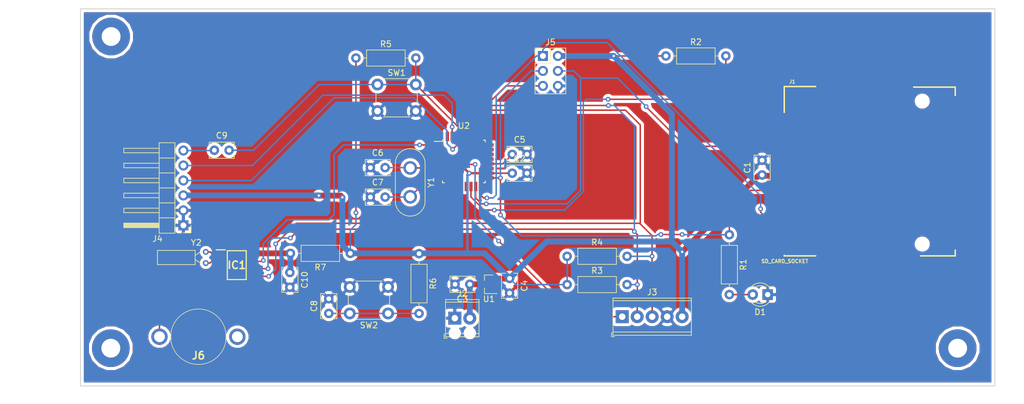
<source format=kicad_pcb>
(kicad_pcb (version 20171130) (host pcbnew "(5.0.2)-1")
  (layers (0 F.Cu signal) (31 B.Cu signal) (34 B.Paste user) (35 F.Paste user) (36 B.SilkS user) (37 F.SilkS user) (38 B.Mask user) (39 F.Mask user) (44 Edge.Cuts user))
  (net 0 "")
  (net 1 GND)
  (net 2 +3V3)
  (net 3 "Net-(C3-Pad1)")
  (net 4 "Net-(C5-Pad1)")
  (net 5 "Net-(C6-Pad2)")
  (net 6 "Net-(C7-Pad2)")
  (net 7 "Net-(C8-Pad1)")
  (net 8 "Net-(C9-Pad1)")
  (net 9 "Net-(C9-Pad2)")
  (net 10 "Net-(C10-Pad1)")
  (net 11 "Net-(D1-Pad2)")
  (net 12 "Net-(IC1-Pad1)")
  (net 13 "Net-(IC1-Pad2)")
  (net 14 "Net-(IC1-Pad5)")
  (net 15 "Net-(IC1-Pad6)")
  (net 16 "Net-(IC1-Pad7)")
  (net 17 "Net-(J1-Pad1)")
  (net 18 "Net-(J1-Pad2)")
  (net 19 "Net-(J1-Pad5)")
  (net 20 "Net-(J1-Pad7)")
  (net 21 "Net-(J1-Pad8)")
  (net 22 "Net-(J1-Pad9)")
  (net 23 "Net-(J1-PadCD)")
  (net 24 "Net-(J1-PadWP)")
  (net 25 "Net-(J3-Pad1)")
  (net 26 "Net-(U2-Pad2)")
  (net 27 "Net-(U2-Pad10)")
  (net 28 "Net-(U2-Pad11)")
  (net 29 "Net-(U2-Pad12)")
  (net 30 "Net-(U2-Pad13)")
  (net 31 "Net-(U2-Pad19)")
  (net 32 "Net-(U2-Pad22)")
  (net 33 "Net-(U2-Pad23)")
  (net 34 "Net-(U2-Pad24)")
  (net 35 "Net-(U2-Pad25)")
  (net 36 "Net-(U2-Pad26)")
  (net 37 "Net-(J4-Pad4)")
  (net 38 "Net-(J4-Pad5)")
  (net 39 "Net-(IC1-Pad3)")
  (net 40 "Net-(J6-Pad2)")
  (module Capacitor_THT:C_Rect_L4.0mm_W2.5mm_P2.50mm (layer F.Cu) (at 163.55 91.2 90)
    (fp_text reference C1 (at 1.25 -2.5 90) (layer F.SilkS))
    (fp_text value 1uF)
    (pad 1 thru_hole circle (at 0 0 90) (size 1.6 1.6) (drill 0.8) (layers *.Cu *.Mask) (net 2 +3V3))
    (pad 2 thru_hole circle (at 2.5 0 90) (size 1.6 1.6) (drill 0.8) (layers *.Cu *.Mask) (net 1 GND))
  )
  (module Capacitor_THT:C_Rect_L4.0mm_W2.5mm_P2.50mm (layer F.Cu) (at 121.2 90.9)
    (fp_text reference C2 (at 1.25 -2.5) (layer F.SilkS))
    (fp_text value 0.1uF)
    (pad 1 thru_hole circle (at 0 0) (size 1.6 1.6) (drill 0.8) (layers *.Cu *.Mask) (net 2 +3V3))
    (pad 2 thru_hole circle (at 2.5 0) (size 1.6 1.6) (drill 0.8) (layers *.Cu *.Mask) (net 1 GND))
  )
  (module Capacitor_THT:C_Rect_L4.0mm_W2.5mm_P2.50mm (layer F.Cu) (at 114 109.75 180)
    (fp_text reference C3 (at 1.25 -2.5 180) (layer F.SilkS))
    (fp_text value 1uF)
    (pad 1 thru_hole circle (at 0 0 180) (size 1.6 1.6) (drill 0.8) (layers *.Cu *.Mask) (net 3 "Net-(C3-Pad1)"))
    (pad 2 thru_hole circle (at 2.5 0 180) (size 1.6 1.6) (drill 0.8) (layers *.Cu *.Mask) (net 1 GND))
  )
  (module Capacitor_THT:C_Rect_L4.0mm_W2.5mm_P2.50mm (layer F.Cu) (at 120.75 108.75 270)
    (fp_text reference C4 (at 1.25 -2.5 270) (layer F.SilkS))
    (fp_text value 1uF)
    (pad 2 thru_hole circle (at 2.5 0 270) (size 1.6 1.6) (drill 0.8) (layers *.Cu *.Mask) (net 1 GND))
    (pad 1 thru_hole circle (at 0 0 270) (size 1.6 1.6) (drill 0.8) (layers *.Cu *.Mask) (net 2 +3V3))
  )
  (module Capacitor_THT:C_Rect_L4.0mm_W2.5mm_P2.50mm (layer F.Cu) (at 121.2 87.7)
    (fp_text reference C5 (at 1.25 -2.5) (layer F.SilkS))
    (fp_text value 0.1uF)
    (pad 2 thru_hole circle (at 2.5 0) (size 1.6 1.6) (drill 0.8) (layers *.Cu *.Mask) (net 1 GND))
    (pad 1 thru_hole circle (at 0 0) (size 1.6 1.6) (drill 0.8) (layers *.Cu *.Mask) (net 4 "Net-(C5-Pad1)"))
  )
  (module Capacitor_THT:C_Rect_L4.0mm_W2.5mm_P2.50mm (layer F.Cu) (at 97.15 89.95)
    (fp_text reference C6 (at 1.25 -2.5) (layer F.SilkS))
    (fp_text value 20pF)
    (pad 1 thru_hole circle (at 0 0) (size 1.6 1.6) (drill 0.8) (layers *.Cu *.Mask) (net 1 GND))
    (pad 2 thru_hole circle (at 2.5 0) (size 1.6 1.6) (drill 0.8) (layers *.Cu *.Mask) (net 5 "Net-(C6-Pad2)"))
  )
  (module Capacitor_THT:C_Rect_L4.0mm_W2.5mm_P2.50mm (layer F.Cu) (at 97.15 94.95)
    (fp_text reference C7 (at 1.25 -2.5) (layer F.SilkS))
    (fp_text value 20pF)
    (pad 2 thru_hole circle (at 2.5 0) (size 1.6 1.6) (drill 0.8) (layers *.Cu *.Mask) (net 6 "Net-(C7-Pad2)"))
    (pad 1 thru_hole circle (at 0 0) (size 1.6 1.6) (drill 0.8) (layers *.Cu *.Mask) (net 1 GND))
  )
  (module Capacitor_THT:C_Rect_L4.0mm_W2.5mm_P2.50mm (layer F.Cu) (at 90.1 114.7 90)
    (fp_text reference C8 (at 1.25 -2.5 90) (layer F.SilkS))
    (fp_text value 0.1uF)
    (pad 2 thru_hole circle (at 2.5 0 90) (size 1.6 1.6) (drill 0.8) (layers *.Cu *.Mask) (net 1 GND))
    (pad 1 thru_hole circle (at 0 0 90) (size 1.6 1.6) (drill 0.8) (layers *.Cu *.Mask) (net 7 "Net-(C8-Pad1)"))
  )
  (module Capacitor_THT:C_Rect_L4.0mm_W2.5mm_P2.50mm (layer F.Cu) (at 70.7 87)
    (fp_text reference C9 (at 1.25 -2.5) (layer F.SilkS))
    (fp_text value 0.1uF)
    (pad 1 thru_hole circle (at 0 0) (size 1.6 1.6) (drill 0.8) (layers *.Cu *.Mask) (net 8 "Net-(C9-Pad1)"))
    (pad 2 thru_hole circle (at 2.5 0) (size 1.6 1.6) (drill 0.8) (layers *.Cu *.Mask) (net 9 "Net-(C9-Pad2)"))
  )
  (module Capacitor_THT:C_Rect_L4.0mm_W2.5mm_P2.50mm (layer F.Cu) (at 83.5 107.75 270)
    (fp_text reference C10 (at 1.25 -2.5 270) (layer F.SilkS))
    (fp_text value 10uF)
    (pad 2 thru_hole circle (at 2.5 0 270) (size 1.6 1.6) (drill 0.8) (layers *.Cu *.Mask) (net 1 GND))
    (pad 1 thru_hole circle (at 0 0 270) (size 1.6 1.6) (drill 0.8) (layers *.Cu *.Mask) (net 10 "Net-(C10-Pad1)"))
  )
  (module LED_THT:LED_D3.0mm (layer F.Cu) (at 164.5 111.5 180)
    (fp_text reference D1 (at 1.27 -2.96 180) (layer F.SilkS))
    (fp_text value LED_ALT)
    (pad 1 thru_hole rect (at 0 0 180) (size 1.8 1.8) (drill 0.9) (layers *.Cu *.Mask) (net 1 GND))
    (pad 2 thru_hole circle (at 2.54 0 180) (size 1.8 1.8) (drill 0.9) (layers *.Cu *.Mask) (net 11 "Net-(D1-Pad2)"))
  )
  (module SamacSys_Parts:SOIC127P600X175-8N (layer F.Cu) (at 74.5 106.5)
    (fp_text reference IC1 (at 0 0) (layer F.SilkS) (effects (font (size 1.27 1.27) (thickness 0.254))))
    (fp_text value PCF8523T_1,118 hide)
    (pad 1 smd rect (at -2.725 -1.905 90) (size 0.7 1.55) (layers F.Cu F.Paste F.Mask) (net 12 "Net-(IC1-Pad1)"))
    (pad 2 smd rect (at -2.725 -0.635 90) (size 0.7 1.55) (layers F.Cu F.Paste F.Mask) (net 13 "Net-(IC1-Pad2)"))
    (pad 3 smd rect (at -2.725 0.635 90) (size 0.7 1.55) (layers F.Cu F.Paste F.Mask) (net 39 "Net-(IC1-Pad3)"))
    (pad 4 smd rect (at -2.725 1.905 90) (size 0.7 1.55) (layers F.Cu F.Paste F.Mask) (net 1 GND))
    (pad 5 smd rect (at 2.725 1.905 90) (size 0.7 1.55) (layers F.Cu F.Paste F.Mask) (net 14 "Net-(IC1-Pad5)"))
    (pad 6 smd rect (at 2.725 0.635 90) (size 0.7 1.55) (layers F.Cu F.Paste F.Mask) (net 15 "Net-(IC1-Pad6)"))
    (pad 7 smd rect (at 2.725 -0.635 90) (size 0.7 1.55) (layers F.Cu F.Paste F.Mask) (net 16 "Net-(IC1-Pad7)"))
    (pad 8 smd rect (at 2.725 -1.905 90) (size 0.7 1.55) (layers F.Cu F.Paste F.Mask) (net 10 "Net-(C10-Pad1)"))
  )
  (module Connectors:SD (layer F.Cu) (at 167.4 90.6)
    (fp_text reference J1 (at 1.27 -15.24) (layer F.SilkS) (effects (font (size 0.6096 0.6096) (thickness 0.127))))
    (fp_text value SD_CARD_SOCKET (at 0 15.24) (layer F.SilkS) (effects (font (size 0.6096 0.6096) (thickness 0.127))))
    (pad 1 smd rect (at -0.99822 -6.7691) (size 1.79832 0.89916) (layers F.Cu F.Paste F.Mask) (net 17 "Net-(J1-Pad1)"))
    (pad 2 smd rect (at -0.99822 -4.26974) (size 1.79832 0.89916) (layers F.Cu F.Paste F.Mask) (net 18 "Net-(J1-Pad2)"))
    (pad 3 smd rect (at -0.99822 -2.51968) (size 1.79832 0.89916) (layers F.Cu F.Paste F.Mask) (net 1 GND))
    (pad 4 smd rect (at -0.99822 0.72898) (size 1.79832 0.89916) (layers F.Cu F.Paste F.Mask) (net 2 +3V3))
    (pad 5 smd rect (at -0.99822 3.22834) (size 1.79832 0.89916) (layers F.Cu F.Paste F.Mask) (net 19 "Net-(J1-Pad5)"))
    (pad 6 smd rect (at -0.99822 5.7277) (size 1.79832 0.89916) (layers F.Cu F.Paste F.Mask) (net 1 GND))
    (pad 7 smd rect (at -0.99822 8.14832) (size 1.79832 0.89916) (layers F.Cu F.Paste F.Mask) (net 20 "Net-(J1-Pad7)"))
    (pad 8 smd rect (at -0.99822 9.84758) (size 1.79832 0.89916) (layers F.Cu F.Paste F.Mask) (net 21 "Net-(J1-Pad8)"))
    (pad 9 smd rect (at -0.99822 -9.26846) (size 1.79832 0.89916) (layers F.Cu F.Paste F.Mask) (net 22 "Net-(J1-Pad9)"))
    (pad CD smd rect (at -0.99822 -1.01854) (size 1.79832 0.89916) (layers F.Cu F.Paste F.Mask) (net 23 "Net-(J1-PadCD)"))
    (pad SH@1 smd rect (at 19.99996 -14.49578) (size 1.99898 1.39954) (layers F.Cu F.Paste F.Mask) (net 1 GND))
    (pad SH@2 smd rect (at 21.14804 13.589) (size 1.99898 1.52654) (layers F.Cu F.Paste F.Mask) (net 1 GND))
    (pad WP smd rect (at -0.99822 12.99972) (size 1.79832 1.09982) (layers F.Cu F.Paste F.Mask) (net 24 "Net-(J1-PadWP)"))
    (pad "" np_thru_hole circle (at 23.29942 -11.938) (size 1.5494 1.5494) (drill 1.5494) (layers *.Cu *.Mask))
    (pad "" np_thru_hole circle (at 23.29942 12.319) (size 1.5494 1.5494) (drill 1.5494) (layers *.Cu *.Mask))
  )
  (module TerminalBlock_Phoenix:TerminalBlock_Phoenix_MPT-0,5-2-2.54_1x02_P2.54mm_Horizontal (layer F.Cu) (at 111.46 115.5)
    (fp_text reference J2 (at 1.27 -4.16) (layer F.SilkS))
    (fp_text value Screw_Terminal_01x02)
    (pad 1 thru_hole rect (at 0 0) (size 2.2 2.2) (drill 1.1) (layers *.Cu *.Mask) (net 1 GND))
    (pad "" np_thru_hole circle (at 0 2.54) (size 1.1 1.1) (drill 1.1) (layers *.Cu *.Mask))
    (pad 2 thru_hole circle (at 2.54 0) (size 2.2 2.2) (drill 1.1) (layers *.Cu *.Mask) (net 3 "Net-(C3-Pad1)"))
    (pad "" np_thru_hole circle (at 2.54 2.54) (size 1.1 1.1) (drill 1.1) (layers *.Cu *.Mask))
  )
  (module TerminalBlock_Phoenix:TerminalBlock_Phoenix_MPT-0,5-5-2.54_1x05_P2.54mm_Horizontal (layer F.Cu) (at 139.84 115.25)
    (fp_text reference J3 (at 5.08 -4.16) (layer F.SilkS))
    (fp_text value Screw_Terminal_01x05)
    (pad 1 thru_hole rect (at 0 0) (size 2.2 2.2) (drill 1.1) (layers *.Cu *.Mask) (net 25 "Net-(J3-Pad1)"))
    (pad 2 thru_hole circle (at 2.54 0) (size 2.2 2.2) (drill 1.1) (layers *.Cu *.Mask) (net 15 "Net-(IC1-Pad6)"))
    (pad 3 thru_hole circle (at 5.08 0) (size 2.2 2.2) (drill 1.1) (layers *.Cu *.Mask) (net 14 "Net-(IC1-Pad5)"))
    (pad 4 thru_hole circle (at 7.62 0) (size 2.2 2.2) (drill 1.1) (layers *.Cu *.Mask) (net 1 GND))
    (pad 5 thru_hole circle (at 10.16 0) (size 2.2 2.2) (drill 1.1) (layers *.Cu *.Mask) (net 2 +3V3))
  )
  (module Connector_PinHeader_2.54mm:PinHeader_1x06_P2.54mm_Horizontal (layer F.Cu) (at 65.45 99.75 180)
    (fp_text reference J4 (at 4.385 -2.27 180) (layer F.SilkS))
    (fp_text value Conn_01x06)
    (pad 1 thru_hole rect (at 0 0 180) (size 1.7 1.7) (drill 1) (layers *.Cu *.Mask) (net 1 GND))
    (pad 2 thru_hole oval (at 0 2.54 180) (size 1.7 1.7) (drill 1) (layers *.Cu *.Mask) (net 1 GND))
    (pad 3 thru_hole oval (at 0 5.08 180) (size 1.7 1.7) (drill 1) (layers *.Cu *.Mask) (net 2 +3V3))
    (pad 4 thru_hole oval (at 0 7.62 180) (size 1.7 1.7) (drill 1) (layers *.Cu *.Mask) (net 37 "Net-(J4-Pad4)"))
    (pad 5 thru_hole oval (at 0 10.16 180) (size 1.7 1.7) (drill 1) (layers *.Cu *.Mask) (net 38 "Net-(J4-Pad5)"))
    (pad 6 thru_hole oval (at 0 12.7 180) (size 1.7 1.7) (drill 1) (layers *.Cu *.Mask) (net 8 "Net-(C9-Pad1)"))
  )
  (module Resistor_THT:R_Axial_DIN0207_L6.3mm_D2.5mm_P10.16mm_Horizontal (layer F.Cu) (at 158 101.34 270)
    (fp_text reference R1 (at 5.08 -2.37 270) (layer F.SilkS))
    (fp_text value 1k)
    (pad 1 thru_hole circle (at 0 0 270) (size 1.6 1.6) (drill 0.8) (layers *.Cu *.Mask) (net 19 "Net-(J1-Pad5)"))
    (pad 2 thru_hole oval (at 10.16 0 270) (size 1.6 1.6) (drill 0.8) (layers *.Cu *.Mask) (net 11 "Net-(D1-Pad2)"))
  )
  (module Resistor_THT:R_Axial_DIN0207_L6.3mm_D2.5mm_P10.16mm_Horizontal (layer F.Cu) (at 147.25 71)
    (fp_text reference R2 (at 5.08 -2.37) (layer F.SilkS))
    (fp_text value 10k)
    (pad 2 thru_hole oval (at 10.16 0) (size 1.6 1.6) (drill 0.8) (layers *.Cu *.Mask) (net 17 "Net-(J1-Pad1)"))
    (pad 1 thru_hole circle (at 0 0) (size 1.6 1.6) (drill 0.8) (layers *.Cu *.Mask) (net 2 +3V3))
  )
  (module Resistor_THT:R_Axial_DIN0207_L6.3mm_D2.5mm_P10.16mm_Horizontal (layer F.Cu) (at 130.5 109.8)
    (fp_text reference R3 (at 5.08 -2.37) (layer F.SilkS))
    (fp_text value 10k)
    (pad 1 thru_hole circle (at 0 0) (size 1.6 1.6) (drill 0.8) (layers *.Cu *.Mask) (net 2 +3V3))
    (pad 2 thru_hole oval (at 10.16 0) (size 1.6 1.6) (drill 0.8) (layers *.Cu *.Mask) (net 15 "Net-(IC1-Pad6)"))
  )
  (module Resistor_THT:R_Axial_DIN0207_L6.3mm_D2.5mm_P10.16mm_Horizontal (layer F.Cu) (at 130.5 105)
    (fp_text reference R4 (at 5.08 -2.37) (layer F.SilkS))
    (fp_text value 10k)
    (pad 2 thru_hole oval (at 10.16 0) (size 1.6 1.6) (drill 0.8) (layers *.Cu *.Mask) (net 14 "Net-(IC1-Pad5)"))
    (pad 1 thru_hole circle (at 0 0) (size 1.6 1.6) (drill 0.8) (layers *.Cu *.Mask) (net 2 +3V3))
  )
  (module Resistor_THT:R_Axial_DIN0207_L6.3mm_D2.5mm_P10.16mm_Horizontal (layer F.Cu) (at 94.7 71.35)
    (fp_text reference R5 (at 5.08 -2.37) (layer F.SilkS))
    (fp_text value 10k)
    (pad 1 thru_hole circle (at 0 0) (size 1.6 1.6) (drill 0.8) (layers *.Cu *.Mask) (net 2 +3V3))
    (pad 2 thru_hole oval (at 10.16 0) (size 1.6 1.6) (drill 0.8) (layers *.Cu *.Mask) (net 9 "Net-(C9-Pad2)"))
  )
  (module Resistor_THT:R_Axial_DIN0207_L6.3mm_D2.5mm_P10.16mm_Horizontal (layer F.Cu) (at 105.4 104.55 270)
    (fp_text reference R6 (at 5.08 -2.37 270) (layer F.SilkS))
    (fp_text value 10k)
    (pad 1 thru_hole circle (at 0 0 270) (size 1.6 1.6) (drill 0.8) (layers *.Cu *.Mask) (net 2 +3V3))
    (pad 2 thru_hole oval (at 10.16 0 270) (size 1.6 1.6) (drill 0.8) (layers *.Cu *.Mask) (net 7 "Net-(C8-Pad1)"))
  )
  (module Resistor_THT:R_Axial_DIN0207_L6.3mm_D2.5mm_P10.16mm_Horizontal (layer F.Cu) (at 93.75 104.5 180)
    (fp_text reference R7 (at 5.08 -2.37 180) (layer F.SilkS))
    (fp_text value 10k)
    (pad 2 thru_hole oval (at 10.16 0 180) (size 1.6 1.6) (drill 0.8) (layers *.Cu *.Mask) (net 10 "Net-(C10-Pad1)"))
    (pad 1 thru_hole circle (at 0 0 180) (size 1.6 1.6) (drill 0.8) (layers *.Cu *.Mask) (net 2 +3V3))
  )
  (module Button_Switch_THT:SW_PUSH_6mm (layer F.Cu) (at 98.35 75.85)
    (fp_text reference SW1 (at 3.25 -2) (layer F.SilkS))
    (fp_text value SW_Push)
    (pad 2 thru_hole circle (at 0 4.5 90) (size 2 2) (drill 1.1) (layers *.Cu *.Mask) (net 1 GND))
    (pad 1 thru_hole circle (at 0 0 90) (size 2 2) (drill 1.1) (layers *.Cu *.Mask) (net 9 "Net-(C9-Pad2)"))
    (pad 2 thru_hole circle (at 6.5 4.5 90) (size 2 2) (drill 1.1) (layers *.Cu *.Mask) (net 1 GND))
    (pad 1 thru_hole circle (at 6.5 0 90) (size 2 2) (drill 1.1) (layers *.Cu *.Mask) (net 9 "Net-(C9-Pad2)"))
  )
  (module Button_Switch_THT:SW_PUSH_6mm (layer F.Cu) (at 100.15 114.7 180)
    (fp_text reference SW2 (at 3.25 -2 180) (layer F.SilkS))
    (fp_text value SW_Push)
    (pad 1 thru_hole circle (at 6.5 0 270) (size 2 2) (drill 1.1) (layers *.Cu *.Mask) (net 7 "Net-(C8-Pad1)"))
    (pad 2 thru_hole circle (at 6.5 4.5 270) (size 2 2) (drill 1.1) (layers *.Cu *.Mask) (net 1 GND))
    (pad 1 thru_hole circle (at 0 0 270) (size 2 2) (drill 1.1) (layers *.Cu *.Mask) (net 7 "Net-(C8-Pad1)"))
    (pad 2 thru_hole circle (at 0 4.5 270) (size 2 2) (drill 1.1) (layers *.Cu *.Mask) (net 1 GND))
  )
  (module Package_TO_SOT_SMD:SOT-23 (layer F.Cu) (at 117.25 109.75 180)
    (fp_text reference U1 (at 0 -2.5 180) (layer F.SilkS))
    (fp_text value MCP1703A-3302_SOT23)
    (pad 1 smd rect (at -1 -0.95 180) (size 0.9 0.8) (layers F.Cu F.Paste F.Mask) (net 1 GND))
    (pad 2 smd rect (at -1 0.95 180) (size 0.9 0.8) (layers F.Cu F.Paste F.Mask) (net 2 +3V3))
    (pad 3 smd rect (at 1 0 180) (size 0.9 0.8) (layers F.Cu F.Paste F.Mask) (net 3 "Net-(C3-Pad1)"))
  )
  (module Package_QFP:TQFP-32_7x7mm_P0.8mm (layer F.Cu) (at 113 88.9)
    (fp_text reference U2 (at 0 -6.05) (layer F.SilkS))
    (fp_text value ATmega328P-AU)
    (pad 1 smd rect (at -4.25 -2.8) (size 1.6 0.55) (layers F.Cu F.Paste F.Mask) (net 16 "Net-(IC1-Pad7)"))
    (pad 2 smd rect (at -4.25 -2) (size 1.6 0.55) (layers F.Cu F.Paste F.Mask) (net 26 "Net-(U2-Pad2)"))
    (pad 3 smd rect (at -4.25 -1.2) (size 1.6 0.55) (layers F.Cu F.Paste F.Mask) (net 1 GND))
    (pad 4 smd rect (at -4.25 -0.4) (size 1.6 0.55) (layers F.Cu F.Paste F.Mask) (net 2 +3V3))
    (pad 5 smd rect (at -4.25 0.4) (size 1.6 0.55) (layers F.Cu F.Paste F.Mask) (net 1 GND))
    (pad 6 smd rect (at -4.25 1.2) (size 1.6 0.55) (layers F.Cu F.Paste F.Mask) (net 2 +3V3))
    (pad 7 smd rect (at -4.25 2) (size 1.6 0.55) (layers F.Cu F.Paste F.Mask) (net 5 "Net-(C6-Pad2)"))
    (pad 8 smd rect (at -4.25 2.8) (size 1.6 0.55) (layers F.Cu F.Paste F.Mask) (net 6 "Net-(C7-Pad2)"))
    (pad 9 smd rect (at -2.8 4.25 90) (size 1.6 0.55) (layers F.Cu F.Paste F.Mask) (net 7 "Net-(C8-Pad1)"))
    (pad 10 smd rect (at -2 4.25 90) (size 1.6 0.55) (layers F.Cu F.Paste F.Mask) (net 27 "Net-(U2-Pad10)"))
    (pad 11 smd rect (at -1.2 4.25 90) (size 1.6 0.55) (layers F.Cu F.Paste F.Mask) (net 28 "Net-(U2-Pad11)"))
    (pad 12 smd rect (at -0.4 4.25 90) (size 1.6 0.55) (layers F.Cu F.Paste F.Mask) (net 29 "Net-(U2-Pad12)"))
    (pad 13 smd rect (at 0.4 4.25 90) (size 1.6 0.55) (layers F.Cu F.Paste F.Mask) (net 30 "Net-(U2-Pad13)"))
    (pad 14 smd rect (at 1.2 4.25 90) (size 1.6 0.55) (layers F.Cu F.Paste F.Mask) (net 17 "Net-(J1-Pad1)"))
    (pad 15 smd rect (at 2 4.25 90) (size 1.6 0.55) (layers F.Cu F.Paste F.Mask) (net 18 "Net-(J1-Pad2)"))
    (pad 16 smd rect (at 2.8 4.25 90) (size 1.6 0.55) (layers F.Cu F.Paste F.Mask) (net 20 "Net-(J1-Pad7)"))
    (pad 17 smd rect (at 4.25 2.8) (size 1.6 0.55) (layers F.Cu F.Paste F.Mask) (net 19 "Net-(J1-Pad5)"))
    (pad 18 smd rect (at 4.25 2) (size 1.6 0.55) (layers F.Cu F.Paste F.Mask) (net 2 +3V3))
    (pad 19 smd rect (at 4.25 1.2) (size 1.6 0.55) (layers F.Cu F.Paste F.Mask) (net 31 "Net-(U2-Pad19)"))
    (pad 20 smd rect (at 4.25 0.4) (size 1.6 0.55) (layers F.Cu F.Paste F.Mask) (net 4 "Net-(C5-Pad1)"))
    (pad 21 smd rect (at 4.25 -0.4) (size 1.6 0.55) (layers F.Cu F.Paste F.Mask) (net 1 GND))
    (pad 22 smd rect (at 4.25 -1.2) (size 1.6 0.55) (layers F.Cu F.Paste F.Mask) (net 32 "Net-(U2-Pad22)"))
    (pad 23 smd rect (at 4.25 -2) (size 1.6 0.55) (layers F.Cu F.Paste F.Mask) (net 33 "Net-(U2-Pad23)"))
    (pad 24 smd rect (at 4.25 -2.8) (size 1.6 0.55) (layers F.Cu F.Paste F.Mask) (net 34 "Net-(U2-Pad24)"))
    (pad 25 smd rect (at 2.8 -4.25 90) (size 1.6 0.55) (layers F.Cu F.Paste F.Mask) (net 35 "Net-(U2-Pad25)"))
    (pad 26 smd rect (at 2 -4.25 90) (size 1.6 0.55) (layers F.Cu F.Paste F.Mask) (net 36 "Net-(U2-Pad26)"))
    (pad 27 smd rect (at 1.2 -4.25 90) (size 1.6 0.55) (layers F.Cu F.Paste F.Mask) (net 14 "Net-(IC1-Pad5)"))
    (pad 28 smd rect (at 0.4 -4.25 90) (size 1.6 0.55) (layers F.Cu F.Paste F.Mask) (net 15 "Net-(IC1-Pad6)"))
    (pad 29 smd rect (at -0.4 -4.25 90) (size 1.6 0.55) (layers F.Cu F.Paste F.Mask) (net 9 "Net-(C9-Pad2)"))
    (pad 30 smd rect (at -1.2 -4.25 90) (size 1.6 0.55) (layers F.Cu F.Paste F.Mask) (net 37 "Net-(J4-Pad4)"))
    (pad 31 smd rect (at -2 -4.25 90) (size 1.6 0.55) (layers F.Cu F.Paste F.Mask) (net 38 "Net-(J4-Pad5)"))
    (pad 32 smd rect (at -2.8 -4.25 90) (size 1.6 0.55) (layers F.Cu F.Paste F.Mask) (net 25 "Net-(J3-Pad1)"))
  )
  (module Crystal:Crystal_HC50_Vertical (layer F.Cu) (at 103.9 90 270)
    (fp_text reference Y1 (at 2.45 -3.525 270) (layer F.SilkS))
    (fp_text value 8MHz)
    (pad 1 thru_hole circle (at 0 0 270) (size 2.3 2.3) (drill 1.5) (layers *.Cu *.Mask) (net 5 "Net-(C6-Pad2)"))
    (pad 2 thru_hole circle (at 4.9 0 270) (size 2.3 2.3) (drill 1.5) (layers *.Cu *.Mask) (net 6 "Net-(C7-Pad2)"))
  )
  (module Crystal:Crystal_DS26_D2.0mm_L6.0mm_Horizontal (layer F.Cu) (at 69.25 104.25 270)
    (fp_text reference Y2 (at -1.57 1.625) (layer F.SilkS))
    (fp_text value 32.768kHz)
    (pad 1 thru_hole circle (at 0 0 270) (size 1 1) (drill 0.5) (layers *.Cu *.Mask) (net 12 "Net-(IC1-Pad1)"))
    (pad 2 thru_hole circle (at 1.9 0 270) (size 1 1) (drill 0.5) (layers *.Cu *.Mask) (net 13 "Net-(IC1-Pad2)"))
  )
  (module Connector_PinHeader_2.54mm:PinHeader_2x03_P2.54mm_Vertical (layer F.Cu) (at 126.4 71)
    (fp_text reference J5 (at 1.27 -2.33) (layer F.SilkS))
    (fp_text value "ISP Header")
    (pad 1 thru_hole rect (at 0 0) (size 1.7 1.7) (drill 1) (layers *.Cu *.Mask) (net 20 "Net-(J1-Pad7)"))
    (pad 2 thru_hole oval (at 2.54 0) (size 1.7 1.7) (drill 1) (layers *.Cu *.Mask) (net 2 +3V3))
    (pad 3 thru_hole oval (at 0 2.54) (size 1.7 1.7) (drill 1) (layers *.Cu *.Mask) (net 19 "Net-(J1-Pad5)"))
    (pad 4 thru_hole oval (at 2.54 2.54) (size 1.7 1.7) (drill 1) (layers *.Cu *.Mask) (net 18 "Net-(J1-Pad2)"))
    (pad 5 thru_hole oval (at 0 5.08) (size 1.7 1.7) (drill 1) (layers *.Cu *.Mask) (net 9 "Net-(C9-Pad2)"))
    (pad 6 thru_hole oval (at 2.54 5.08) (size 1.7 1.7) (drill 1) (layers *.Cu *.Mask) (net 1 GND))
  )
  (module SamacSys_Parts:2895 (layer F.Cu) (at 61.4 118.65)
    (fp_text reference J6 (at 6.6 3.2) (layer F.SilkS) (effects (font (size 1.27 1.27) (thickness 0.254))))
    (fp_text value 2895 hide)
    (pad 1 thru_hole circle (at 0 0) (size 2.775 2.775) (drill 1.85) (layers *.Cu *.Mask) (net 39 "Net-(IC1-Pad3)"))
    (pad 2 thru_hole circle (at 13.2 0) (size 2.775 2.775) (drill 1.85) (layers *.Cu *.Mask) (net 40 "Net-(J6-Pad2)"))
    (pad MP1 smd rect (at 6.6 0 90) (size 3.96 3.96) (layers F.Cu F.Paste F.Mask) (net 1 GND))
  )
  (module MountingHole:MountingHole_3.2mm_M3_Pad (layer F.Cu) (at 53.15 120.6)
    (fp_text reference REF** hide)
    (fp_text value MountingHole_3.2mm_M3_Pad)
    (pad 1 thru_hole circle (at 0 0) (size 6.4 6.4) (drill 3.2) (layers *.Cu *.Mask))
  )
  (module MountingHole:MountingHole_3.2mm_M3_Pad (layer F.Cu) (at 53.2 67.7)
    (fp_text reference REF** hide)
    (fp_text value MountingHole_3.2mm_M3_Pad)
    (pad 1 thru_hole circle (at 0 0) (size 6.4 6.4) (drill 3.2) (layers *.Cu *.Mask))
  )
  (module MountingHole:MountingHole_3.2mm_M3_Pad (layer F.Cu) (at 196.7 120.6)
    (fp_text reference REF** hide)
    (fp_text value MountingHole_3.2mm_M3_Pad)
    (pad 1 thru_hole circle (at 0 0) (size 6.4 6.4) (drill 3.2) (layers *.Cu *.Mask))
  )
  (gr_line (start 48 127) (end 48 63) (layer Edge.Cuts) (width 0.15))
  (gr_line (start 203 127) (end 48 127) (layer Edge.Cuts) (width 0.15))
  (gr_line (start 203 63) (end 203 127) (layer Edge.Cuts) (width 0.15))
  (gr_line (start 48 63) (end 203 63) (layer Edge.Cuts) (width 0.15))
  (segment (start 120.7 108.8) (end 120.75 108.75) (width 1) (layer F.Cu) (net 2))
  (segment (start 118.25 108.8) (end 120.7 108.8) (width 1) (layer F.Cu) (net 2))
  (segment (start 127 102.5) (end 148.25 102.5) (width 1) (layer B.Cu) (net 2))
  (segment (start 150 104.25) (end 150 115.25) (width 1) (layer B.Cu) (net 2))
  (segment (start 148.25 102.5) (end 150 104.25) (width 1) (layer B.Cu) (net 2))
  (segment (start 120.75 108.75) (end 127 102.5) (width 1) (layer B.Cu) (net 2))
  (segment (start 120.75 108.75) (end 116.5 104.5) (width 1) (layer B.Cu) (net 2))
  (segment (start 108.75 90.1) (end 110.9 90.1) (width 0.4) (layer F.Cu) (net 2))
  (segment (start 110.9 90.1) (end 111.3 89.7) (width 0.4) (layer F.Cu) (net 2))
  (segment (start 111 88.5) (end 108.75 88.5) (width 0.4) (layer F.Cu) (net 2))
  (segment (start 111.3 88.8) (end 111 88.5) (width 0.4) (layer F.Cu) (net 2))
  (segment (start 111.3 89.3) (end 112.3 89.3) (width 0.4) (layer F.Cu) (net 2))
  (segment (start 111.3 89.3) (end 111.3 88.8) (width 0.4) (layer F.Cu) (net 2))
  (segment (start 111.3 89.7) (end 111.3 89.3) (width 0.4) (layer F.Cu) (net 2))
  (segment (start 113.9 90.9) (end 117.25 90.9) (width 0.4) (layer F.Cu) (net 2))
  (segment (start 112.3 89.3) (end 113.9 90.9) (width 0.4) (layer F.Cu) (net 2))
  (via (at 113.9 90.9) (size 0.8) (drill 0.4) (layers F.Cu B.Cu) (net 2))
  (segment (start 113.6 91.2) (end 113.9 90.9) (width 0.4) (layer B.Cu) (net 2))
  (segment (start 113.6 104.5) (end 113.6 91.2) (width 0.4) (layer B.Cu) (net 2))
  (segment (start 116.5 104.5) (end 113.6 104.5) (width 1) (layer B.Cu) (net 2))
  (segment (start 117.25 90.9) (end 121.2 90.9) (width 0.25) (layer F.Cu) (net 2))
  (segment (start 130.5 108.66863) (end 130.5 105) (width 0.25) (layer B.Cu) (net 2))
  (segment (start 130.5 109.8) (end 130.5 108.66863) (width 0.25) (layer B.Cu) (net 2))
  (segment (start 120.75 108.75) (end 121.8 109.8) (width 0.25) (layer B.Cu) (net 2))
  (segment (start 121.8 109.8) (end 130.5 109.8) (width 0.25) (layer B.Cu) (net 2))
  (via (at 150 104.25) (size 0.8) (drill 0.4) (layers F.Cu B.Cu) (net 2))
  (segment (start 166.40178 91.32898) (end 162.92102 91.32898) (width 1) (layer F.Cu) (net 2))
  (segment (start 162.92102 91.32898) (end 150 104.25) (width 1) (layer F.Cu) (net 2))
  (segment (start 148.25 80.85) (end 148.25 102.5) (width 1) (layer B.Cu) (net 2))
  (segment (start 128.94 71) (end 138.4 71) (width 1) (layer B.Cu) (net 2))
  (segment (start 138.4 71) (end 148.25 80.85) (width 1) (layer B.Cu) (net 2))
  (segment (start 106.58137 104.5) (end 106.8 104.5) (width 0.25) (layer B.Cu) (net 2))
  (segment (start 106.53137 104.55) (end 106.58137 104.5) (width 0.25) (layer B.Cu) (net 2))
  (segment (start 105.4 104.55) (end 106.53137 104.55) (width 0.25) (layer B.Cu) (net 2))
  (segment (start 113.6 104.5) (end 106.8 104.5) (width 1) (layer B.Cu) (net 2))
  (segment (start 106.8 104.5) (end 93.75 104.5) (width 1) (layer B.Cu) (net 2))
  (via (at 138.4 71) (size 0.8) (drill 0.4) (layers F.Cu B.Cu) (net 2))
  (segment (start 147.25 71) (end 138.4 71) (width 0.25) (layer F.Cu) (net 2))
  (segment (start 94.7 71.35) (end 94.7 72.48137) (width 0.25) (layer F.Cu) (net 2))
  (via (at 94.7 97.6) (size 0.8) (drill 0.4) (layers F.Cu B.Cu) (net 2))
  (segment (start 94.7 72.48137) (end 94.7 97.6) (width 0.25) (layer F.Cu) (net 2))
  (segment (start 94.7 97.6) (end 94.7 99.6) (width 0.25) (layer B.Cu) (net 2))
  (segment (start 93.75 100.55) (end 93.75 104.5) (width 0.25) (layer B.Cu) (net 2))
  (segment (start 94.7 99.6) (end 93.75 100.55) (width 0.25) (layer B.Cu) (net 2))
  (via (at 88.4 94.7) (size 0.8) (drill 0.4) (layers F.Cu B.Cu) (net 2))
  (segment (start 65.45 94.67) (end 88.37 94.67) (width 1) (layer B.Cu) (net 2))
  (segment (start 88.37 94.67) (end 88.4 94.7) (width 1) (layer B.Cu) (net 2))
  (via (at 92.4 95) (size 0.8) (drill 0.4) (layers F.Cu B.Cu) (net 2))
  (segment (start 88.4 94.7) (end 92.1 94.7) (width 1) (layer F.Cu) (net 2))
  (segment (start 92.1 94.7) (end 92.4 95) (width 1) (layer F.Cu) (net 2))
  (segment (start 92.4 103.15) (end 93.75 104.5) (width 1) (layer B.Cu) (net 2))
  (segment (start 92.4 95) (end 92.4 103.15) (width 1) (layer B.Cu) (net 2))
  (segment (start 114 115.5) (end 114 109.75) (width 1) (layer B.Cu) (net 3))
  (segment (start 114 109.75) (end 116.25 109.75) (width 1) (layer F.Cu) (net 3))
  (segment (start 119.6 89.3) (end 117.25 89.3) (width 0.25) (layer F.Cu) (net 4))
  (segment (start 121.2 87.7) (end 119.6 89.3) (width 0.25) (layer F.Cu) (net 4))
  (segment (start 107.7 90.9) (end 108.75 90.9) (width 0.25) (layer F.Cu) (net 5))
  (segment (start 106.426345 90.9) (end 107.7 90.9) (width 0.25) (layer F.Cu) (net 5))
  (segment (start 105.526345 90) (end 106.426345 90.9) (width 0.25) (layer F.Cu) (net 5))
  (segment (start 103.9 90) (end 105.526345 90) (width 0.25) (layer F.Cu) (net 5))
  (segment (start 103.85 89.95) (end 103.9 90) (width 0.25) (layer B.Cu) (net 5))
  (segment (start 99.65 89.95) (end 103.85 89.95) (width 0.25) (layer B.Cu) (net 5))
  (segment (start 107.1 91.7) (end 108.75 91.7) (width 0.25) (layer F.Cu) (net 6))
  (segment (start 103.9 94.9) (end 107.1 91.7) (width 0.25) (layer F.Cu) (net 6))
  (segment (start 103.85 94.95) (end 103.9 94.9) (width 0.25) (layer B.Cu) (net 6))
  (segment (start 99.65 94.95) (end 103.85 94.95) (width 0.25) (layer B.Cu) (net 6))
  (segment (start 105.39 114.7) (end 105.4 114.71) (width 0.25) (layer B.Cu) (net 7))
  (segment (start 100.15 114.7) (end 105.39 114.7) (width 0.25) (layer B.Cu) (net 7))
  (segment (start 91.23137 114.7) (end 93.65 114.7) (width 0.25) (layer B.Cu) (net 7))
  (segment (start 90.1 114.7) (end 91.23137 114.7) (width 0.25) (layer B.Cu) (net 7))
  (segment (start 93.65 114.7) (end 100.15 114.7) (width 0.25) (layer B.Cu) (net 7))
  (segment (start 70.65 87.05) (end 70.7 87) (width 0.25) (layer B.Cu) (net 8))
  (segment (start 65.45 87.05) (end 70.65 87.05) (width 0.25) (layer B.Cu) (net 8))
  (segment (start 125.197919 76.08) (end 126.4 76.08) (width 0.25) (layer F.Cu) (net 9))
  (segment (start 120.12 76.08) (end 125.197919 76.08) (width 0.25) (layer F.Cu) (net 9))
  (segment (start 112.6 83.6) (end 120.12 76.08) (width 0.25) (layer F.Cu) (net 9))
  (segment (start 112.6 83.6) (end 112.6 84.65) (width 0.25) (layer F.Cu) (net 9))
  (segment (start 104.85 75.85) (end 112.6 83.6) (width 0.25) (layer F.Cu) (net 9))
  (segment (start 98.35 75.85) (end 104.85 75.85) (width 0.25) (layer B.Cu) (net 9))
  (segment (start 104.85 71.36) (end 104.86 71.35) (width 0.25) (layer B.Cu) (net 9))
  (segment (start 104.85 75.85) (end 104.85 71.36) (width 0.25) (layer B.Cu) (net 9))
  (segment (start 73.2 87) (end 77.35 87) (width 0.25) (layer B.Cu) (net 9))
  (segment (start 88.5 75.85) (end 98.35 75.85) (width 0.25) (layer B.Cu) (net 9))
  (segment (start 77.35 87) (end 88.5 75.85) (width 0.25) (layer B.Cu) (net 9))
  (segment (start 83.59 107.66) (end 83.5 107.75) (width 1) (layer B.Cu) (net 10))
  (segment (start 83.59 104.5) (end 83.59 107.66) (width 1) (layer B.Cu) (net 10))
  (segment (start 77.32 104.5) (end 77.225 104.595) (width 1) (layer F.Cu) (net 10))
  (segment (start 83.59 104.5) (end 77.32 104.5) (width 1) (layer F.Cu) (net 10))
  (segment (start 159.13137 111.5) (end 161.96 111.5) (width 0.25) (layer F.Cu) (net 11))
  (segment (start 158 111.5) (end 159.13137 111.5) (width 0.25) (layer F.Cu) (net 11))
  (segment (start 69.25 104.25) (end 70 104.25) (width 0.25) (layer F.Cu) (net 12))
  (segment (start 70.345 104.595) (end 71.775 104.595) (width 0.25) (layer F.Cu) (net 12))
  (segment (start 70 104.25) (end 70.345 104.595) (width 0.25) (layer F.Cu) (net 12))
  (segment (start 69.957106 106.15) (end 70.25 105.857106) (width 0.25) (layer F.Cu) (net 13))
  (segment (start 69.25 106.15) (end 69.957106 106.15) (width 0.25) (layer F.Cu) (net 13))
  (segment (start 70.257894 105.865) (end 71.775 105.865) (width 0.25) (layer F.Cu) (net 13))
  (segment (start 70.25 105.857106) (end 70.257894 105.865) (width 0.25) (layer F.Cu) (net 13))
  (segment (start 144.92 113.694366) (end 144.9 113.674366) (width 0.25) (layer F.Cu) (net 14))
  (segment (start 144.92 115.25) (end 144.92 113.694366) (width 0.25) (layer F.Cu) (net 14))
  (segment (start 144.9 101.5) (end 142.8 99.4) (width 0.25) (layer F.Cu) (net 14))
  (via (at 81.1 102.9) (size 0.8) (drill 0.4) (layers F.Cu B.Cu) (net 14))
  (segment (start 142.8 99.4) (end 84.6 99.4) (width 0.25) (layer F.Cu) (net 14))
  (segment (start 84.6 99.4) (end 81.1 102.9) (width 0.25) (layer F.Cu) (net 14))
  (segment (start 81.1 102.9) (end 81.1 107.1) (width 0.25) (layer B.Cu) (net 14))
  (segment (start 81.1 107.1) (end 81.1 107.2) (width 0.25) (layer B.Cu) (net 14))
  (segment (start 81.1 107.2) (end 79.9 108.4) (width 0.25) (layer B.Cu) (net 14))
  (via (at 79.9 108.4) (size 0.8) (drill 0.4) (layers F.Cu B.Cu) (net 14))
  (segment (start 77.23 108.4) (end 77.225 108.405) (width 0.25) (layer F.Cu) (net 14))
  (segment (start 79.9 108.4) (end 77.23 108.4) (width 0.25) (layer F.Cu) (net 14))
  (segment (start 114.2 83.6) (end 117.6 80.2) (width 0.25) (layer F.Cu) (net 14))
  (segment (start 114.2 84.65) (end 114.2 83.6) (width 0.25) (layer F.Cu) (net 14))
  (segment (start 117.6 80.2) (end 140.4 80.2) (width 0.25) (layer F.Cu) (net 14))
  (segment (start 140.4 80.2) (end 142.9 82.7) (width 0.25) (layer F.Cu) (net 14))
  (segment (start 142.9 99.3) (end 142.8 99.4) (width 0.25) (layer F.Cu) (net 14))
  (segment (start 142.9 82.7) (end 142.9 99.3) (width 0.25) (layer F.Cu) (net 14))
  (via (at 144.9 105) (size 0.8) (drill 0.4) (layers F.Cu B.Cu) (net 14))
  (segment (start 140.66 105) (end 144.9 105) (width 0.25) (layer B.Cu) (net 14))
  (segment (start 144.9 113.674366) (end 144.9 105) (width 0.25) (layer F.Cu) (net 14))
  (segment (start 144.9 105) (end 144.9 101.5) (width 0.25) (layer F.Cu) (net 14))
  (segment (start 142.38 113.694366) (end 142.4 113.674366) (width 0.25) (layer F.Cu) (net 15))
  (segment (start 142.38 115.25) (end 142.38 113.694366) (width 0.25) (layer F.Cu) (net 15))
  (via (at 83.6 101.9) (size 0.8) (drill 0.4) (layers F.Cu B.Cu) (net 15))
  (segment (start 141.5 100.4) (end 85.1 100.4) (width 0.25) (layer F.Cu) (net 15))
  (segment (start 85.1 100.4) (end 83.6 101.9) (width 0.25) (layer F.Cu) (net 15))
  (segment (start 83.6 101.9) (end 83.034315 101.9) (width 0.25) (layer B.Cu) (net 15))
  (segment (start 83.034315 101.9) (end 80.6 101.9) (width 0.25) (layer B.Cu) (net 15))
  (segment (start 80.6 101.9) (end 79.8 102.7) (width 0.25) (layer B.Cu) (net 15))
  (via (at 79.8 107.1) (size 0.8) (drill 0.4) (layers F.Cu B.Cu) (net 15))
  (segment (start 79.8 102.7) (end 79.8 107.1) (width 0.25) (layer B.Cu) (net 15))
  (segment (start 77.26 107.1) (end 77.225 107.135) (width 0.25) (layer F.Cu) (net 15))
  (segment (start 79.8 107.1) (end 77.26 107.1) (width 0.25) (layer F.Cu) (net 15))
  (via (at 137.5 79.4) (size 0.8) (drill 0.4) (layers F.Cu B.Cu) (net 15))
  (segment (start 117.6 79.4) (end 137.5 79.4) (width 0.25) (layer F.Cu) (net 15))
  (segment (start 113.4 84.65) (end 113.4 83.6) (width 0.25) (layer F.Cu) (net 15))
  (segment (start 113.4 83.6) (end 117.6 79.4) (width 0.25) (layer F.Cu) (net 15))
  (segment (start 137.5 79.4) (end 138.5 79.4) (width 0.25) (layer B.Cu) (net 15))
  (via (at 141.9 100.8) (size 0.8) (drill 0.4) (layers F.Cu B.Cu) (net 15))
  (segment (start 141.9 82.8) (end 141.9 100.8) (width 0.25) (layer B.Cu) (net 15))
  (segment (start 138.5 79.4) (end 141.9 82.8) (width 0.25) (layer B.Cu) (net 15))
  (segment (start 142.4 101.3) (end 141.9 100.8) (width 0.25) (layer F.Cu) (net 15))
  (segment (start 141.9 100.8) (end 141.5 100.4) (width 0.25) (layer F.Cu) (net 15))
  (via (at 142.4 109.8) (size 0.8) (drill 0.4) (layers F.Cu B.Cu) (net 15))
  (segment (start 140.66 109.8) (end 142.4 109.8) (width 0.25) (layer B.Cu) (net 15))
  (segment (start 142.4 113.674366) (end 142.4 109.8) (width 0.25) (layer F.Cu) (net 15))
  (segment (start 142.4 109.8) (end 142.4 101.3) (width 0.25) (layer F.Cu) (net 15))
  (via (at 79 105.7) (size 0.8) (drill 0.4) (layers F.Cu B.Cu) (net 16))
  (segment (start 77.225 105.865) (end 78.835 105.865) (width 0.25) (layer F.Cu) (net 16))
  (segment (start 78.835 105.865) (end 79 105.7) (width 0.25) (layer F.Cu) (net 16))
  (via (at 105.5 86.1) (size 0.8) (drill 0.4) (layers F.Cu B.Cu) (net 16))
  (segment (start 105.5 86.1) (end 108.75 86.1) (width 0.25) (layer F.Cu) (net 16))
  (segment (start 92.6 86.1) (end 105.5 86.1) (width 0.25) (layer B.Cu) (net 16))
  (segment (start 79 102.86359) (end 83.06359 98.8) (width 0.25) (layer B.Cu) (net 16))
  (segment (start 79 105.7) (end 79 102.86359) (width 0.25) (layer B.Cu) (net 16))
  (segment (start 83.06359 98.8) (end 90.1 98.8) (width 0.25) (layer B.Cu) (net 16))
  (segment (start 90.1 98.8) (end 91 97.9) (width 0.25) (layer B.Cu) (net 16))
  (segment (start 91 97.9) (end 91 87.7) (width 0.25) (layer B.Cu) (net 16))
  (segment (start 91 87.7) (end 92.6 86.1) (width 0.25) (layer B.Cu) (net 16))
  (via (at 118.15 97.15) (size 0.8) (drill 0.4) (layers F.Cu B.Cu) (net 17))
  (segment (start 116.41359 97.15) (end 118.15 97.15) (width 0.25) (layer F.Cu) (net 17))
  (segment (start 114.2 93.15) (end 114.2 94.93641) (width 0.25) (layer F.Cu) (net 17))
  (segment (start 114.2 94.93641) (end 116.41359 97.15) (width 0.25) (layer F.Cu) (net 17))
  (segment (start 130.08641 97.15) (end 133.25001 93.9864) (width 0.25) (layer B.Cu) (net 17))
  (segment (start 118.15 97.15) (end 130.08641 97.15) (width 0.25) (layer B.Cu) (net 17))
  (segment (start 133.25001 93.9864) (end 133.25001 78.79999) (width 0.25) (layer B.Cu) (net 17))
  (via (at 137.45 78.35) (size 0.8) (drill 0.4) (layers F.Cu B.Cu) (net 17))
  (segment (start 133.25001 78.79999) (end 133.7 78.35) (width 0.25) (layer B.Cu) (net 17))
  (segment (start 133.7 78.35) (end 137.45 78.35) (width 0.25) (layer B.Cu) (net 17))
  (segment (start 137.45 78.35) (end 157.45 78.35) (width 0.25) (layer F.Cu) (net 17))
  (segment (start 162.9309 83.8309) (end 166.40178 83.8309) (width 0.25) (layer F.Cu) (net 17))
  (segment (start 157.45 78.35) (end 162.9309 83.8309) (width 0.25) (layer F.Cu) (net 17))
  (segment (start 157.41 78.31) (end 157.45 78.35) (width 0.25) (layer F.Cu) (net 17))
  (segment (start 157.41 71) (end 157.41 78.31) (width 0.25) (layer F.Cu) (net 17))
  (segment (start 128.94 73.54) (end 131.64 73.54) (width 0.25) (layer B.Cu) (net 18))
  (segment (start 132.8 74.7) (end 132.8 93.8) (width 0.25) (layer B.Cu) (net 18))
  (via (at 116.8 96.1) (size 0.8) (drill 0.4) (layers F.Cu B.Cu) (net 18))
  (segment (start 132.8 93.8) (end 130.5 96.1) (width 0.25) (layer B.Cu) (net 18))
  (segment (start 130.5 96.1) (end 116.8 96.1) (width 0.25) (layer B.Cu) (net 18))
  (segment (start 115 95.1) (end 115 93.15) (width 0.25) (layer F.Cu) (net 18))
  (segment (start 116.8 96.1) (end 116 96.1) (width 0.25) (layer F.Cu) (net 18))
  (segment (start 116 96.1) (end 115 95.1) (width 0.25) (layer F.Cu) (net 18))
  (segment (start 166.40178 86.33026) (end 150.58026 86.33026) (width 0.25) (layer F.Cu) (net 18))
  (via (at 143.9 79.6) (size 0.8) (drill 0.4) (layers F.Cu B.Cu) (net 18))
  (segment (start 150.58026 86.33026) (end 143.9 79.65) (width 0.25) (layer F.Cu) (net 18))
  (segment (start 143.9 79.65) (end 143.9 79.6) (width 0.25) (layer F.Cu) (net 18))
  (segment (start 143.9 79.6) (end 139.05 74.75) (width 0.25) (layer B.Cu) (net 18))
  (segment (start 132.85 74.75) (end 132.65 74.55) (width 0.25) (layer B.Cu) (net 18))
  (segment (start 139.05 74.75) (end 132.85 74.75) (width 0.25) (layer B.Cu) (net 18))
  (segment (start 131.64 73.54) (end 132.65 74.55) (width 0.25) (layer B.Cu) (net 18))
  (segment (start 132.65 74.55) (end 132.8 74.7) (width 0.25) (layer B.Cu) (net 18))
  (segment (start 165.25262 93.82834) (end 165.22428 93.8) (width 0.25) (layer F.Cu) (net 19))
  (segment (start 166.40178 93.82834) (end 165.25262 93.82834) (width 0.25) (layer F.Cu) (net 19))
  (segment (start 165.22428 93.8) (end 161.61674 93.8) (width 0.25) (layer F.Cu) (net 19))
  (segment (start 158 97.41674) (end 158 101.34) (width 0.25) (layer F.Cu) (net 19))
  (segment (start 161.61674 93.8) (end 158 97.41674) (width 0.25) (layer F.Cu) (net 19))
  (segment (start 126.4 73.54) (end 124.36 73.54) (width 0.25) (layer B.Cu) (net 19))
  (segment (start 124.36 73.54) (end 119.2 78.7) (width 0.25) (layer B.Cu) (net 19))
  (via (at 119.2 91.7) (size 0.8) (drill 0.4) (layers F.Cu B.Cu) (net 19))
  (segment (start 119.2 78.7) (end 119.2 91.7) (width 0.25) (layer B.Cu) (net 19))
  (segment (start 119.2 91.7) (end 117.25 91.7) (width 0.25) (layer F.Cu) (net 19))
  (via (at 150 101.3) (size 0.8) (drill 0.4) (layers F.Cu B.Cu) (net 19))
  (segment (start 158 101.34) (end 150.04 101.34) (width 0.25) (layer B.Cu) (net 19))
  (segment (start 150.04 101.34) (end 150 101.3) (width 0.25) (layer B.Cu) (net 19))
  (via (at 146.4 101.3) (size 0.8) (drill 0.4) (layers F.Cu B.Cu) (net 19))
  (segment (start 150 101.3) (end 146.4 101.3) (width 0.25) (layer F.Cu) (net 19))
  (via (at 119.2 98) (size 0.8) (drill 0.4) (layers F.Cu B.Cu) (net 19))
  (segment (start 122.725001 101.525001) (end 119.2 98) (width 0.25) (layer B.Cu) (net 19))
  (segment (start 145.609314 101.525001) (end 122.725001 101.525001) (width 0.25) (layer B.Cu) (net 19))
  (segment (start 146.4 101.3) (end 145.834315 101.3) (width 0.25) (layer B.Cu) (net 19))
  (segment (start 145.834315 101.3) (end 145.609314 101.525001) (width 0.25) (layer B.Cu) (net 19))
  (segment (start 119.2 98) (end 119.2 91.7) (width 0.25) (layer F.Cu) (net 19))
  (segment (start 118.474999 77.825001) (end 118.474999 94.574999) (width 0.25) (layer B.Cu) (net 20))
  (segment (start 126.4 71) (end 125.3 71) (width 0.25) (layer B.Cu) (net 20))
  (segment (start 125.3 71) (end 118.474999 77.825001) (width 0.25) (layer B.Cu) (net 20))
  (via (at 116.9 95.1) (size 0.8) (drill 0.4) (layers F.Cu B.Cu) (net 20))
  (segment (start 118.474999 94.574999) (end 117.949998 95.1) (width 0.25) (layer B.Cu) (net 20))
  (segment (start 117.949998 95.1) (end 116.9 95.1) (width 0.25) (layer B.Cu) (net 20))
  (segment (start 115.8 94.2) (end 115.8 93.15) (width 0.25) (layer F.Cu) (net 20))
  (segment (start 115.8 94.565685) (end 115.8 94.2) (width 0.25) (layer F.Cu) (net 20))
  (segment (start 116.334315 95.1) (end 115.8 94.565685) (width 0.25) (layer F.Cu) (net 20))
  (segment (start 116.9 95.1) (end 116.334315 95.1) (width 0.25) (layer F.Cu) (net 20))
  (segment (start 126.4 69.9) (end 127.55 68.75) (width 0.25) (layer B.Cu) (net 20))
  (segment (start 126.4 71) (end 126.4 69.9) (width 0.25) (layer B.Cu) (net 20))
  (via (at 163.3 96.95) (size 0.8) (drill 0.4) (layers F.Cu B.Cu) (net 20))
  (segment (start 163.3 94.73326) (end 163.3 96.95) (width 0.25) (layer B.Cu) (net 20))
  (segment (start 127.55 68.75) (end 137.31674 68.75) (width 0.25) (layer B.Cu) (net 20))
  (segment (start 137.31674 68.75) (end 163.3 94.73326) (width 0.25) (layer B.Cu) (net 20))
  (segment (start 165.25262 98.74832) (end 166.40178 98.74832) (width 0.25) (layer F.Cu) (net 20))
  (segment (start 164.532635 98.74832) (end 165.25262 98.74832) (width 0.25) (layer F.Cu) (net 20))
  (segment (start 163.3 97.515685) (end 164.532635 98.74832) (width 0.25) (layer F.Cu) (net 20))
  (segment (start 163.3 96.95) (end 163.3 97.515685) (width 0.25) (layer F.Cu) (net 20))
  (via (at 118.9 102.4) (size 0.8) (drill 0.4) (layers F.Cu B.Cu) (net 25))
  (segment (start 139.84 115.25) (end 131.75 115.25) (width 0.25) (layer F.Cu) (net 25))
  (segment (start 131.75 115.25) (end 118.9 102.4) (width 0.25) (layer F.Cu) (net 25))
  (via (at 114.9 89.4) (size 0.8) (drill 0.4) (layers F.Cu B.Cu) (net 25))
  (segment (start 118.9 102.4) (end 114.9 98.4) (width 0.25) (layer B.Cu) (net 25))
  (segment (start 114.9 98.4) (end 114.9 89.4) (width 0.25) (layer B.Cu) (net 25))
  (segment (start 114.9 89.4) (end 113.7 89.4) (width 0.25) (layer F.Cu) (net 25))
  (segment (start 113.7 89.4) (end 112.1 87.8) (width 0.25) (layer F.Cu) (net 25))
  (segment (start 65.45 92.13) (end 76.97 92.13) (width 0.25) (layer B.Cu) (net 37))
  (segment (start 76.97 92.13) (end 90.99999 78.10001) (width 0.25) (layer B.Cu) (net 37))
  (segment (start 104.561012 78.10001) (end 110.15 83.688998) (width 0.25) (layer B.Cu) (net 37))
  (segment (start 90.99999 78.10001) (end 104.561012 78.10001) (width 0.25) (layer B.Cu) (net 37))
  (via (at 111.1 86.85) (size 0.8) (drill 0.4) (layers F.Cu B.Cu) (net 37))
  (segment (start 110.15 83.688998) (end 110.15 85.9) (width 0.25) (layer B.Cu) (net 37))
  (segment (start 110.15 85.9) (end 111.1 86.85) (width 0.25) (layer B.Cu) (net 37))
  (segment (start 111.8 86.15) (end 111.8 84.65) (width 0.25) (layer F.Cu) (net 37))
  (segment (start 111.1 86.85) (end 111.8 86.15) (width 0.25) (layer F.Cu) (net 37))
  (segment (start 65.45 89.59) (end 77.16 89.59) (width 0.25) (layer B.Cu) (net 38))
  (segment (start 77.16 89.59) (end 89.1 77.65) (width 0.25) (layer B.Cu) (net 38))
  (segment (start 89.1 77.65) (end 109.65 77.65) (width 0.25) (layer B.Cu) (net 38))
  (via (at 111.012347 83.037653) (size 0.8) (drill 0.4) (layers F.Cu B.Cu) (net 38))
  (segment (start 109.65 77.65) (end 111.012347 79.012347) (width 0.25) (layer B.Cu) (net 38))
  (segment (start 111.012347 79.012347) (end 111.012347 83.037653) (width 0.25) (layer B.Cu) (net 38))
  (segment (start 111.012347 84.637653) (end 111 84.65) (width 0.25) (layer F.Cu) (net 38))
  (segment (start 111.012347 83.037653) (end 111.012347 84.637653) (width 0.25) (layer F.Cu) (net 38))
  (segment (start 71.35 107.135) (end 67.935 110.55) (width 0.25) (layer F.Cu) (net 39))
  (segment (start 71.775 107.135) (end 71.35 107.135) (width 0.25) (layer F.Cu) (net 39))
  (segment (start 67.935 110.55) (end 64.55 110.55) (width 0.25) (layer F.Cu) (net 39))
  (segment (start 64.55 110.55) (end 61.4 113.7) (width 0.25) (layer F.Cu) (net 39))
  (segment (start 61.4 113.7) (end 61.4 118.65) (width 0.25) (layer F.Cu) (net 39))
  (zone (net 1) (net_name GND) (layer F.Cu) (connect_pads (clearance 0.508)) (min_thickness 0.254) (fill yes (arc_segments 16) (thermal_gap 0.508) (thermal_bridge_width 0.508))
    (polygon (pts (xy 46.7 61.8) (xy 204.1 62.1) (xy 203.7 128.6) (xy 47 128)))
  )
  (zone (net 1) (net_name GND) (layer B.Cu) (connect_pads (clearance 0.508)) (min_thickness 0.254) (fill yes (arc_segments 16) (thermal_gap 0.508) (thermal_bridge_width 0.508))
    (polygon (pts (xy 46.2 61.7) (xy 204.4 61.5) (xy 204.8 130.1) (xy 44.8 129.8)))
  )
)
</source>
